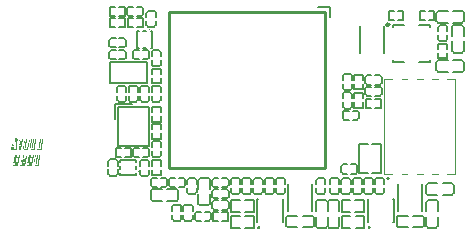
<source format=gto>
G04 Layer: TopSilkscreenLayer*
G04 EasyEDA v6.5.21, 2022-10-22 16:28:30*
G04 167bdced229c4b2ca01845534b4d4eab,294cf934c43b457281b0b0dcd80bbfec,10*
G04 Gerber Generator version 0.2*
G04 Scale: 100 percent, Rotated: No, Reflected: No *
G04 Dimensions in millimeters *
G04 leading zeros omitted , absolute positions ,4 integer and 5 decimal *
%FSLAX45Y45*%
%MOMM*%

%ADD10C,0.2000*%
%ADD11C,0.1524*%
%ADD12C,0.1500*%
%ADD13C,0.1520*%
%ADD14C,0.2540*%
%ADD15C,0.1000*%
%ADD16C,0.2500*%
%ADD17C,0.0175*%

%LPD*%
G36*
X-1224178Y-99872D02*
G01*
X-1225702Y-100025D01*
X-1227023Y-100533D01*
X-1228140Y-101295D01*
X-1229004Y-102412D01*
X-1230477Y-106019D01*
X-1231798Y-111810D01*
X-1243313Y-195122D01*
X-1241958Y-195122D01*
X-1231798Y-121716D01*
X-1231544Y-121716D01*
X-1229766Y-109270D01*
X-1228598Y-105054D01*
X-1227988Y-103682D01*
X-1226413Y-101955D01*
X-1225346Y-101549D01*
X-1224178Y-101396D01*
X-1202080Y-101396D01*
X-1200912Y-101549D01*
X-1199896Y-101955D01*
X-1198524Y-103682D01*
X-1198118Y-105156D01*
X-1198016Y-109372D01*
X-1208582Y-186283D01*
X-1209954Y-195122D01*
X-1221638Y-195122D01*
X-1217828Y-166674D01*
X-1209954Y-112318D01*
X-1219098Y-112318D01*
X-1218590Y-112572D01*
X-1218844Y-112572D01*
X-1227328Y-174193D01*
X-1229969Y-191109D01*
X-1230782Y-195122D01*
X-1243313Y-195122D01*
X-1243482Y-196646D01*
X-1242720Y-196646D01*
X-1235608Y-203504D01*
X-1222146Y-203504D01*
X-1221130Y-197662D01*
X-1215288Y-203504D01*
X-1201572Y-203504D01*
X-1200810Y-200456D01*
X-1200302Y-194614D01*
X-1189431Y-117652D01*
X-1189278Y-114198D01*
X-1189685Y-111658D01*
X-1190548Y-109728D01*
X-1197000Y-103174D01*
X-1197762Y-101752D01*
X-1198880Y-100685D01*
X-1200302Y-100076D01*
X-1202080Y-99872D01*
G37*
G36*
X-1105814Y-99872D02*
G01*
X-1107338Y-100025D01*
X-1108659Y-100533D01*
X-1109776Y-101295D01*
X-1110640Y-102412D01*
X-1112113Y-106019D01*
X-1113434Y-111810D01*
X-1125016Y-195122D01*
X-1123594Y-195122D01*
X-1113434Y-121716D01*
X-1113180Y-121716D01*
X-1111402Y-109270D01*
X-1110234Y-105054D01*
X-1109624Y-103682D01*
X-1108049Y-101955D01*
X-1106982Y-101549D01*
X-1105814Y-101396D01*
X-1083970Y-101396D01*
X-1082700Y-101549D01*
X-1081633Y-101955D01*
X-1080770Y-102717D01*
X-1080160Y-103682D01*
X-1079754Y-105156D01*
X-1079652Y-109372D01*
X-1090066Y-185470D01*
X-1091590Y-195122D01*
X-1103274Y-195122D01*
X-1099464Y-166674D01*
X-1091590Y-112318D01*
X-1100734Y-112318D01*
X-1100226Y-112572D01*
X-1100480Y-112572D01*
X-1108964Y-174193D01*
X-1111605Y-191109D01*
X-1112418Y-195122D01*
X-1125016Y-195122D01*
X-1125372Y-196646D01*
X-1124356Y-196646D01*
X-1117244Y-203504D01*
X-1103782Y-203504D01*
X-1103020Y-197662D01*
X-1097178Y-203504D01*
X-1083208Y-203504D01*
X-1082802Y-202133D01*
X-1081684Y-192836D01*
X-1071067Y-117652D01*
X-1070914Y-114198D01*
X-1071321Y-111658D01*
X-1072184Y-109728D01*
X-1078636Y-103174D01*
X-1079449Y-101752D01*
X-1080617Y-100685D01*
X-1082090Y-100076D01*
X-1083970Y-99872D01*
G37*
G36*
X-1048156Y-99872D02*
G01*
X-1050950Y-102463D01*
X-1052728Y-104698D01*
X-1055522Y-110032D01*
X-1064920Y-183540D01*
X-1065428Y-189280D01*
X-1063752Y-189331D01*
X-1063396Y-184200D01*
X-1053998Y-110540D01*
X-1052220Y-106984D01*
X-1050544Y-104444D01*
X-1047648Y-101396D01*
X-1036980Y-101396D01*
X-1036980Y-101650D01*
X-1025550Y-101650D01*
X-1023366Y-104749D01*
X-1022756Y-106172D01*
X-1021994Y-110235D01*
X-1021740Y-110794D01*
X-1032154Y-184454D01*
X-1033119Y-189484D01*
X-1034440Y-192836D01*
X-1035151Y-193852D01*
X-1036015Y-194564D01*
X-1037031Y-194970D01*
X-1042822Y-195122D01*
X-1042822Y-195376D01*
X-1061262Y-194716D01*
X-1062177Y-194310D01*
X-1062888Y-193598D01*
X-1063396Y-192582D01*
X-1063752Y-189331D01*
X-1065423Y-189331D01*
X-1065174Y-191922D01*
X-1064514Y-193903D01*
X-1063396Y-195326D01*
X-1061872Y-196138D01*
X-1055116Y-202641D01*
X-1053592Y-203403D01*
X-1035202Y-204012D01*
X-1029208Y-203352D01*
X-1027937Y-202895D01*
X-1026921Y-202082D01*
X-1026058Y-200964D01*
X-1025296Y-199491D01*
X-1024026Y-195021D01*
X-1013104Y-118160D01*
X-1014120Y-114147D01*
X-1014882Y-112014D01*
X-1017676Y-108000D01*
X-1023010Y-102920D01*
X-1025042Y-100126D01*
X-1035964Y-100126D01*
X-1035964Y-99872D01*
G37*
G36*
X-1164996Y-100380D02*
G01*
X-1168298Y-104394D01*
X-1169568Y-106527D01*
X-1171397Y-110947D01*
X-1172514Y-115265D01*
X-1183582Y-195122D01*
X-1182268Y-195122D01*
X-1171041Y-115519D01*
X-1170025Y-111353D01*
X-1168450Y-107391D01*
X-1166012Y-103733D01*
X-1164488Y-101904D01*
X-1143660Y-101650D01*
X-1142136Y-103022D01*
X-1140968Y-104495D01*
X-1140104Y-106172D01*
X-1139596Y-108000D01*
X-1139088Y-112369D01*
X-1139088Y-117398D01*
X-1149756Y-195122D01*
X-1161186Y-195122D01*
X-1154836Y-149402D01*
X-1164996Y-152958D01*
X-1170584Y-195122D01*
X-1183582Y-195122D01*
X-1183792Y-196646D01*
X-1183030Y-196646D01*
X-1175918Y-203504D01*
X-1162202Y-203504D01*
X-1161440Y-196900D01*
X-1154836Y-203504D01*
X-1141374Y-203504D01*
X-1130452Y-125018D01*
X-1130706Y-116128D01*
X-1131112Y-114300D01*
X-1131773Y-112623D01*
X-1132738Y-111150D01*
X-1139596Y-104190D01*
X-1140968Y-102209D01*
X-1143152Y-100380D01*
G37*
G36*
X-1042568Y-112826D02*
G01*
X-1050188Y-172516D01*
X-1051966Y-183692D01*
X-1043584Y-183946D01*
X-1033678Y-112826D01*
G37*
G36*
X-1159408Y-113334D02*
G01*
X-1163218Y-141020D01*
X-1153312Y-137210D01*
X-1149756Y-113334D01*
G37*
G36*
X-1245819Y32816D02*
G01*
X-1243279Y-10871D01*
X-1258577Y-62687D01*
X-1256741Y-62687D01*
X-1241755Y-11379D01*
X-1244295Y31292D01*
X-1232103Y31292D01*
X-1230325Y50D01*
X-1222197Y31292D01*
X-1209497Y31292D01*
X-1222705Y-11887D01*
X-1223721Y-62433D01*
X-1235151Y-62433D01*
X-1233881Y-25603D01*
X-1245311Y-62941D01*
X-1258577Y-62687D01*
X-1259027Y-64211D01*
X-1257757Y-64211D01*
X-1250899Y-71323D01*
X-1236929Y-71577D01*
X-1236167Y-68275D01*
X-1235506Y-66497D01*
X-1235151Y-64719D01*
X-1228801Y-71069D01*
X-1215085Y-71069D01*
X-1214323Y-19761D01*
X-1200607Y24688D01*
X-1207719Y31800D01*
X-1207465Y32816D01*
X-1223467Y32816D01*
X-1224991Y26212D01*
X-1230579Y31546D01*
X-1230579Y32816D01*
G37*
G36*
X-1192987Y32816D02*
G01*
X-1194765Y17322D01*
X-1194003Y17322D01*
X-1186891Y10464D01*
X-1185367Y10464D01*
X-1195071Y-62687D01*
X-1193495Y-62687D01*
X-1182827Y18846D01*
X-1193241Y18846D01*
X-1191463Y31292D01*
X-1170127Y31292D01*
X-1182065Y-62941D01*
X-1195071Y-62687D01*
X-1195273Y-64211D01*
X-1194257Y-64211D01*
X-1187145Y-71323D01*
X-1173683Y-71577D01*
X-1161491Y24688D01*
X-1168603Y31800D01*
X-1168349Y32816D01*
G37*
G36*
X-1139647Y32816D02*
G01*
X-1142441Y30022D01*
X-1144219Y27736D01*
X-1146251Y24180D01*
X-1147013Y22402D01*
X-1156766Y-53797D01*
X-1156919Y-56845D01*
X-1155242Y-56946D01*
X-1154887Y-51765D01*
X-1153617Y-41859D01*
X-1153871Y-41859D01*
X-1145489Y22148D01*
X-1144625Y23520D01*
X-1143711Y25704D01*
X-1142187Y28244D01*
X-1139139Y31292D01*
X-1128471Y31038D01*
X-1128471Y30784D01*
X-1117295Y30784D01*
X-1114907Y27736D01*
X-1113993Y25196D01*
X-1113231Y21640D01*
X-1122121Y-42113D01*
X-1122375Y-42113D01*
X-1124051Y-54711D01*
X-1124559Y-56997D01*
X-1125931Y-60147D01*
X-1126642Y-61163D01*
X-1127506Y-61874D01*
X-1128522Y-62280D01*
X-1134313Y-62433D01*
X-1134313Y-62941D01*
X-1152753Y-62280D01*
X-1153668Y-61874D01*
X-1154379Y-61163D01*
X-1154887Y-60147D01*
X-1155242Y-56946D01*
X-1156909Y-56946D01*
X-1156665Y-59486D01*
X-1156004Y-61518D01*
X-1154887Y-62890D01*
X-1153363Y-63703D01*
X-1146606Y-70205D01*
X-1145082Y-70967D01*
X-1126693Y-71323D01*
X-1120800Y-70916D01*
X-1119479Y-70459D01*
X-1118412Y-69646D01*
X-1117549Y-68529D01*
X-1116787Y-67056D01*
X-1115517Y-62585D01*
X-1104849Y14274D01*
X-1104900Y15443D01*
X-1105458Y17424D01*
X-1107135Y21640D01*
X-1109167Y24434D01*
X-1115771Y31292D01*
X-1116533Y32308D01*
X-1127455Y32308D01*
X-1127455Y32562D01*
G37*
G36*
X-1082497Y32816D02*
G01*
X-1085291Y30022D01*
X-1087069Y27736D01*
X-1089609Y22402D01*
X-1099362Y-52273D01*
X-1099515Y-56845D01*
X-1098092Y-56946D01*
X-1097737Y-51765D01*
X-1096213Y-41859D01*
X-1096467Y-41859D01*
X-1088339Y22148D01*
X-1087475Y23520D01*
X-1086561Y25704D01*
X-1084834Y28244D01*
X-1081735Y31292D01*
X-1071321Y31038D01*
X-1071321Y30784D01*
X-1059891Y30784D01*
X-1057706Y27736D01*
X-1057097Y26365D01*
X-1056081Y21640D01*
X-1064717Y-42113D01*
X-1064971Y-42113D01*
X-1066749Y-54711D01*
X-1067917Y-58775D01*
X-1068527Y-60147D01*
X-1069340Y-61163D01*
X-1070305Y-61874D01*
X-1071372Y-62280D01*
X-1076909Y-62433D01*
X-1076909Y-62941D01*
X-1095603Y-62280D01*
X-1096518Y-61874D01*
X-1097229Y-61163D01*
X-1097737Y-60147D01*
X-1098092Y-56946D01*
X-1099505Y-56946D01*
X-1099261Y-59486D01*
X-1098600Y-61518D01*
X-1097483Y-62890D01*
X-1095959Y-63703D01*
X-1089304Y-70205D01*
X-1087678Y-70967D01*
X-1069543Y-71323D01*
X-1063548Y-70916D01*
X-1062278Y-70459D01*
X-1061262Y-69646D01*
X-1060399Y-68529D01*
X-1059637Y-67056D01*
X-1058367Y-62585D01*
X-1056335Y-49733D01*
X-1047546Y14427D01*
X-1047699Y15798D01*
X-1048715Y19354D01*
X-1049883Y21640D01*
X-1052017Y24434D01*
X-1057503Y30022D01*
X-1057859Y30683D01*
X-1059383Y32308D01*
X-1070305Y32308D01*
X-1070305Y32562D01*
G37*
G36*
X-1025093Y32816D02*
G01*
X-1027887Y30022D01*
X-1029665Y27736D01*
X-1032459Y22402D01*
X-1042212Y-53797D01*
X-1042365Y-56845D01*
X-1040688Y-56946D01*
X-1040333Y-51765D01*
X-1030935Y22148D01*
X-1030071Y23520D01*
X-1029157Y25704D01*
X-1027480Y28244D01*
X-1024585Y31292D01*
X-1013917Y31038D01*
X-1013917Y30784D01*
X-1002487Y30784D01*
X-1000302Y27736D01*
X-999693Y26365D01*
X-998677Y21640D01*
X-1009091Y-52019D01*
X-1010005Y-56997D01*
X-1011377Y-60147D01*
X-1012088Y-61163D01*
X-1012952Y-61874D01*
X-1013968Y-62280D01*
X-1019759Y-62433D01*
X-1019759Y-62941D01*
X-1038199Y-62280D01*
X-1039114Y-61874D01*
X-1039825Y-61163D01*
X-1040333Y-60147D01*
X-1040688Y-56946D01*
X-1042355Y-56946D01*
X-1042111Y-59486D01*
X-1041450Y-61518D01*
X-1040333Y-62890D01*
X-1038809Y-63703D01*
X-1032052Y-70205D01*
X-1030528Y-70967D01*
X-1012139Y-71323D01*
X-1006144Y-70916D01*
X-1004874Y-70459D01*
X-1003858Y-69646D01*
X-1002995Y-68529D01*
X-1002233Y-67056D01*
X-1000963Y-62585D01*
X-990142Y14427D01*
X-991057Y18338D01*
X-991768Y20421D01*
X-994613Y24434D01*
X-1001979Y32308D01*
X-1012901Y32308D01*
X-1012901Y32562D01*
G37*
G36*
X-1134059Y19862D02*
G01*
X-1141679Y-39827D01*
X-1143457Y-51257D01*
X-1135075Y-51511D01*
X-1125169Y19862D01*
G37*
G36*
X-1076909Y19862D02*
G01*
X-1086053Y-51257D01*
X-1077925Y-51511D01*
X-1077925Y-51257D01*
X-1077671Y-51257D01*
X-1067765Y19862D01*
G37*
G36*
X-1019505Y19862D02*
G01*
X-1027125Y-39827D01*
X-1028903Y-51257D01*
X-1020521Y-51511D01*
X-1010615Y19862D01*
G37*
D10*
X1338991Y1137437D02*
G01*
X1436491Y1137437D01*
X1436491Y1054938D01*
D11*
X-235163Y318655D02*
G01*
X-380883Y318655D01*
X-380883Y192935D01*
X-358005Y282844D02*
G01*
X-358005Y295036D01*
X-92321Y295036D01*
X-92321Y-35163D01*
X-358005Y-35163D01*
X-358005Y282844D01*
D12*
X-340164Y-151564D02*
G01*
X-200167Y-151564D01*
X-200167Y-167452D02*
G01*
X-200167Y-151564D01*
X-200167Y-232445D02*
G01*
X-200167Y-202707D01*
X-200167Y-283563D02*
G01*
X-200167Y-267700D01*
X-340164Y-167452D02*
G01*
X-340164Y-151564D01*
X-340164Y-232445D02*
G01*
X-340164Y-202707D01*
X-340164Y-283563D02*
G01*
X-340164Y-267700D01*
X-340164Y-283563D02*
G01*
X-200167Y-283563D01*
X-196164Y797432D02*
G01*
X-196164Y937430D01*
X-180276Y937430D02*
G01*
X-196164Y937430D01*
X-115282Y937430D02*
G01*
X-145021Y937430D01*
X-64165Y937430D02*
G01*
X-80027Y937430D01*
X-180276Y797432D02*
G01*
X-196164Y797432D01*
X-115282Y797432D02*
G01*
X-145021Y797432D01*
X-64165Y797432D02*
G01*
X-80027Y797432D01*
X-64165Y797432D02*
G01*
X-64165Y937430D01*
D11*
X2267366Y-449971D02*
G01*
X2346375Y-449971D01*
X2346375Y-350250D02*
G01*
X2267366Y-350250D01*
X2252126Y-365490D02*
G01*
X2252126Y-434731D01*
X2470627Y-449971D02*
G01*
X2391618Y-449971D01*
X2391618Y-350250D02*
G01*
X2470627Y-350250D01*
X2485867Y-365490D02*
G01*
X2485867Y-434731D01*
X1082456Y-725053D02*
G01*
X1161465Y-725053D01*
X1161465Y-625332D02*
G01*
X1082456Y-625332D01*
X1067216Y-640572D02*
G01*
X1067216Y-709813D01*
X1285717Y-725053D02*
G01*
X1206708Y-725053D01*
X1206708Y-625332D02*
G01*
X1285717Y-625332D01*
X1300957Y-640572D02*
G01*
X1300957Y-709813D01*
X2471536Y974059D02*
G01*
X2471536Y895050D01*
X2571257Y895050D02*
G01*
X2571257Y974059D01*
X2556017Y989299D02*
G01*
X2486776Y989299D01*
X2471536Y770798D02*
G01*
X2471536Y849807D01*
X2571257Y849807D02*
G01*
X2571257Y770798D01*
X2556017Y755558D02*
G01*
X2486776Y755558D01*
X2558003Y1107201D02*
G01*
X2478994Y1107201D01*
X2478994Y1007480D02*
G01*
X2558003Y1007480D01*
X2573243Y1022720D02*
G01*
X2573243Y1091961D01*
X2354742Y1107201D02*
G01*
X2433751Y1107201D01*
X2433751Y1007480D02*
G01*
X2354742Y1007480D01*
X2339502Y1022720D02*
G01*
X2339502Y1091961D01*
X2254112Y-508538D02*
G01*
X2254112Y-587547D01*
X2353833Y-587547D02*
G01*
X2353833Y-508538D01*
X2338593Y-493298D02*
G01*
X2269352Y-493298D01*
X2254112Y-711799D02*
G01*
X2254112Y-632790D01*
X2353833Y-632790D02*
G01*
X2353833Y-711799D01*
X2338593Y-727039D02*
G01*
X2269352Y-727039D01*
X-62575Y-502295D02*
G01*
X16433Y-502295D01*
X16433Y-402574D02*
G01*
X-62575Y-402574D01*
X-77815Y-417814D02*
G01*
X-77815Y-487055D01*
X140685Y-502295D02*
G01*
X61676Y-502295D01*
X61676Y-402574D02*
G01*
X140685Y-402574D01*
X155925Y-417814D02*
G01*
X155925Y-487055D01*
X325140Y-320868D02*
G01*
X325140Y-399877D01*
X424860Y-399877D02*
G01*
X424860Y-320868D01*
X409620Y-305628D02*
G01*
X340380Y-305628D01*
X325140Y-524128D02*
G01*
X325140Y-445119D01*
X424860Y-445119D02*
G01*
X424860Y-524128D01*
X409620Y-539369D02*
G01*
X340380Y-539369D01*
X2558003Y689879D02*
G01*
X2478994Y689879D01*
X2478994Y590158D02*
G01*
X2558003Y590158D01*
X2573243Y605398D02*
G01*
X2573243Y674639D01*
X2354742Y689879D02*
G01*
X2433751Y689879D01*
X2433751Y590158D02*
G01*
X2354742Y590158D01*
X2339502Y605398D02*
G01*
X2339502Y674639D01*
X2017430Y-725053D02*
G01*
X2096439Y-725053D01*
X2096439Y-625332D02*
G01*
X2017430Y-625332D01*
X2002190Y-640572D02*
G01*
X2002190Y-709813D01*
X2220691Y-725053D02*
G01*
X2141682Y-725053D01*
X2141682Y-625332D02*
G01*
X2220691Y-625332D01*
X2235931Y-640572D02*
G01*
X2235931Y-709813D01*
X1419214Y-508538D02*
G01*
X1419214Y-587547D01*
X1518935Y-587547D02*
G01*
X1518935Y-508538D01*
X1503695Y-493298D02*
G01*
X1434454Y-493298D01*
X1419214Y-711799D02*
G01*
X1419214Y-632790D01*
X1518935Y-632790D02*
G01*
X1518935Y-711799D01*
X1503695Y-727039D02*
G01*
X1434454Y-727039D01*
X1319138Y-508538D02*
G01*
X1319138Y-587547D01*
X1418859Y-587547D02*
G01*
X1418859Y-508538D01*
X1403619Y-493298D02*
G01*
X1334378Y-493298D01*
X1319138Y-711799D02*
G01*
X1319138Y-632790D01*
X1418859Y-632790D02*
G01*
X1418859Y-711799D01*
X1403619Y-727039D02*
G01*
X1334378Y-727039D01*
X-364223Y460900D02*
G01*
X-364223Y424055D01*
X-286103Y424055D02*
G01*
X-286103Y460900D01*
X-301343Y476140D02*
G01*
X-348983Y476140D01*
X-364223Y353971D02*
G01*
X-364223Y390817D01*
X-286103Y390817D02*
G01*
X-286103Y353971D01*
X-301343Y338731D02*
G01*
X-348983Y338731D01*
X-264472Y1065875D02*
G01*
X-227627Y1065875D01*
X-227627Y1143995D02*
G01*
X-264472Y1143995D01*
X-279712Y1128755D02*
G01*
X-279712Y1081115D01*
X-157543Y1065875D02*
G01*
X-194388Y1065875D01*
X-194388Y1143995D02*
G01*
X-157543Y1143995D01*
X-142303Y1128755D02*
G01*
X-142303Y1081115D01*
X-106700Y-53502D02*
G01*
X-143545Y-53502D01*
X-143545Y-131622D02*
G01*
X-106700Y-131622D01*
X-91460Y-116382D02*
G01*
X-91460Y-68742D01*
X-213629Y-53502D02*
G01*
X-176784Y-53502D01*
X-176784Y-131622D02*
G01*
X-213629Y-131622D01*
X-228869Y-116382D02*
G01*
X-228869Y-68742D01*
X-306699Y776495D02*
G01*
X-343545Y776495D01*
X-343545Y698375D02*
G01*
X-306699Y698375D01*
X-291459Y713615D02*
G01*
X-291459Y761255D01*
X-413628Y776495D02*
G01*
X-376783Y776495D01*
X-376783Y698375D02*
G01*
X-413628Y698375D01*
X-428868Y713615D02*
G01*
X-428868Y761255D01*
X-306699Y876493D02*
G01*
X-343545Y876493D01*
X-343545Y798372D02*
G01*
X-306699Y798372D01*
X-291459Y813612D02*
G01*
X-291459Y861253D01*
X-413628Y876493D02*
G01*
X-376783Y876493D01*
X-376783Y798372D02*
G01*
X-413628Y798372D01*
X-428868Y813612D02*
G01*
X-428868Y861253D01*
X-344385Y970876D02*
G01*
X-298833Y970876D01*
X-298833Y1048997D01*
X-344385Y1048997D01*
X-377624Y970876D02*
G01*
X-423176Y970876D01*
X-423176Y1048997D01*
X-377624Y1048997D01*
X-225127Y1048994D02*
G01*
X-270680Y1048994D01*
X-270680Y970874D01*
X-225127Y970874D01*
X-191889Y1048994D02*
G01*
X-146337Y1048994D01*
X-146337Y970874D01*
X-191889Y970874D01*
X-293545Y-131622D02*
G01*
X-247992Y-131622D01*
X-247992Y-53502D01*
X-293545Y-53502D01*
X-326783Y-131622D02*
G01*
X-372336Y-131622D01*
X-372336Y-53502D01*
X-326783Y-53502D01*
X6395Y249054D02*
G01*
X6395Y294606D01*
X-71724Y294606D01*
X-71724Y249054D01*
X6395Y215816D02*
G01*
X6395Y170263D01*
X-71724Y170263D01*
X-71724Y215816D01*
X6395Y106553D02*
G01*
X6395Y152105D01*
X-71724Y152105D01*
X-71724Y106553D01*
X6395Y73314D02*
G01*
X6395Y27762D01*
X-71724Y27762D01*
X-71724Y73314D01*
X6395Y574055D02*
G01*
X6395Y619607D01*
X-71724Y619607D01*
X-71724Y574055D01*
X6395Y540816D02*
G01*
X6395Y495264D01*
X-71724Y495264D01*
X-71724Y540816D01*
X-423019Y497072D02*
G01*
X-423019Y672795D01*
X-112301Y672795D01*
X-112301Y497072D01*
X-423019Y497072D01*
X-36946Y986472D02*
G01*
X-36946Y1023317D01*
X-115067Y1023317D02*
G01*
X-115067Y986472D01*
X-99827Y971232D02*
G01*
X-52186Y971232D01*
X-36946Y1093401D02*
G01*
X-36946Y1056556D01*
X-115067Y1056556D02*
G01*
X-115067Y1093401D01*
X-99827Y1108641D02*
G01*
X-52186Y1108641D01*
X-213629Y698375D02*
G01*
X-176784Y698375D01*
X-176784Y776495D02*
G01*
X-213629Y776495D01*
X-228869Y761255D02*
G01*
X-228869Y713615D01*
X-106700Y698375D02*
G01*
X-143545Y698375D01*
X-143545Y776495D02*
G01*
X-106700Y776495D01*
X-91460Y761255D02*
G01*
X-91460Y713615D01*
X-344385Y1065875D02*
G01*
X-298833Y1065875D01*
X-298833Y1143995D01*
X-344385Y1143995D01*
X-377624Y1065875D02*
G01*
X-423176Y1065875D01*
X-423176Y1143995D01*
X-377624Y1143995D01*
X494873Y-590999D02*
G01*
X449320Y-590999D01*
X449320Y-669119D01*
X494873Y-669119D01*
X528111Y-590999D02*
G01*
X573664Y-590999D01*
X573664Y-669119D01*
X528111Y-669119D01*
X1560530Y185872D02*
G01*
X1597383Y185872D01*
X1597383Y264002D02*
G01*
X1560530Y264002D01*
X1545295Y248749D02*
G01*
X1545295Y201119D01*
X1667464Y185872D02*
G01*
X1630608Y185872D01*
X1630608Y264002D02*
G01*
X1667464Y264002D01*
X1682699Y248749D02*
G01*
X1682699Y201119D01*
X1789871Y366499D02*
G01*
X1744319Y366499D01*
X1744319Y288378D01*
X1789871Y288378D01*
X1823110Y366499D02*
G01*
X1868662Y366499D01*
X1868662Y288378D01*
X1823110Y288378D01*
X-71724Y-236682D02*
G01*
X-71724Y-282234D01*
X6395Y-282234D01*
X6395Y-236682D01*
X-71724Y-203443D02*
G01*
X-71724Y-157891D01*
X6395Y-157891D01*
X6395Y-203443D01*
X1642430Y488317D02*
G01*
X1642430Y442765D01*
X1720550Y442765D01*
X1720550Y488317D01*
X1642430Y521555D02*
G01*
X1642430Y567108D01*
X1720550Y567108D01*
X1720550Y521555D01*
X1642430Y333319D02*
G01*
X1642430Y287766D01*
X1720550Y287766D01*
X1720550Y333319D01*
X1642430Y366557D02*
G01*
X1642430Y412109D01*
X1720550Y412109D01*
X1720550Y366557D01*
X2242370Y1106497D02*
G01*
X2196818Y1106497D01*
X2196818Y1028377D01*
X2242370Y1028377D01*
X2275608Y1106497D02*
G01*
X2321161Y1106497D01*
X2321161Y1028377D01*
X2275608Y1028377D01*
X1982370Y1106497D02*
G01*
X1936818Y1106497D01*
X1936818Y1028377D01*
X1982370Y1028377D01*
X2015609Y1106497D02*
G01*
X2061161Y1106497D01*
X2061161Y1028377D01*
X2015609Y1028377D01*
X2354927Y753318D02*
G01*
X2354927Y707765D01*
X2433048Y707765D01*
X2433048Y753318D01*
X2354927Y786556D02*
G01*
X2354927Y832109D01*
X2433048Y832109D01*
X2433048Y786556D01*
X1654967Y-191007D02*
G01*
X1618119Y-191007D01*
X1618119Y-269125D02*
G01*
X1654967Y-269125D01*
X1670204Y-253890D02*
G01*
X1670204Y-206250D01*
X1548036Y-191007D02*
G01*
X1584883Y-191007D01*
X1584883Y-269125D02*
G01*
X1548036Y-269125D01*
X1532798Y-253890D02*
G01*
X1532798Y-206250D01*
X1629940Y-321602D02*
G01*
X1629940Y-358447D01*
X1708063Y-358447D02*
G01*
X1708063Y-321602D01*
X1692823Y-306367D02*
G01*
X1645185Y-306367D01*
X1629940Y-428533D02*
G01*
X1629940Y-391693D01*
X1708063Y-391693D02*
G01*
X1708063Y-428533D01*
X1692823Y-443771D02*
G01*
X1645185Y-443771D01*
X1547431Y403387D02*
G01*
X1547431Y366542D01*
X1625551Y366542D02*
G01*
X1625551Y403387D01*
X1610311Y418627D02*
G01*
X1562671Y418627D01*
X1547431Y296458D02*
G01*
X1547431Y333303D01*
X1625551Y333303D02*
G01*
X1625551Y296458D01*
X1610311Y281218D02*
G01*
X1562671Y281218D01*
X1724931Y-321612D02*
G01*
X1724931Y-358457D01*
X1803052Y-358457D02*
G01*
X1803052Y-321612D01*
X1787812Y-306372D02*
G01*
X1740171Y-306372D01*
X1724931Y-428541D02*
G01*
X1724931Y-391695D01*
X1803052Y-391695D02*
G01*
X1803052Y-428541D01*
X1787812Y-443781D02*
G01*
X1740171Y-443781D01*
X2354927Y973401D02*
G01*
X2354927Y936556D01*
X2433048Y936556D02*
G01*
X2433048Y973401D01*
X2417808Y988641D02*
G01*
X2370167Y988641D01*
X2354927Y866472D02*
G01*
X2354927Y903317D01*
X2433048Y903317D02*
G01*
X2433048Y866472D01*
X2417808Y851232D02*
G01*
X2370167Y851232D01*
X1439931Y-321612D02*
G01*
X1439931Y-358457D01*
X1518051Y-358457D02*
G01*
X1518051Y-321612D01*
X1502811Y-306372D02*
G01*
X1455171Y-306372D01*
X1439931Y-428541D02*
G01*
X1439931Y-391695D01*
X1518051Y-391695D02*
G01*
X1518051Y-428541D01*
X1502811Y-443781D02*
G01*
X1455171Y-443781D01*
X1613052Y-428541D02*
G01*
X1613052Y-391695D01*
X1534932Y-391695D02*
G01*
X1534932Y-428541D01*
X1550172Y-443781D02*
G01*
X1597812Y-443781D01*
X1613052Y-321612D02*
G01*
X1613052Y-358457D01*
X1534932Y-358457D02*
G01*
X1534932Y-321612D01*
X1550172Y-306372D02*
G01*
X1597812Y-306372D01*
X1819930Y-321612D02*
G01*
X1819930Y-358457D01*
X1898050Y-358457D02*
G01*
X1898050Y-321612D01*
X1882810Y-306372D02*
G01*
X1835170Y-306372D01*
X1819930Y-428541D02*
G01*
X1819930Y-391695D01*
X1898050Y-391695D02*
G01*
X1898050Y-428541D01*
X1882810Y-443781D02*
G01*
X1835170Y-443781D01*
X-61970Y-384121D02*
G01*
X-25125Y-384121D01*
X-25125Y-306001D02*
G01*
X-61970Y-306001D01*
X-77210Y-321241D02*
G01*
X-77210Y-368881D01*
X44957Y-384121D02*
G01*
X8112Y-384121D01*
X8112Y-306001D02*
G01*
X44957Y-306001D01*
X60197Y-321241D02*
G01*
X60197Y-368881D01*
X1547431Y558385D02*
G01*
X1547431Y521540D01*
X1625551Y521540D02*
G01*
X1625551Y558385D01*
X1610311Y573625D02*
G01*
X1562671Y573625D01*
X1547431Y451457D02*
G01*
X1547431Y488302D01*
X1625551Y488302D02*
G01*
X1625551Y451457D01*
X1610311Y436217D02*
G01*
X1562671Y436217D01*
X309059Y-428464D02*
G01*
X309059Y-391619D01*
X230939Y-391619D02*
G01*
X230939Y-428464D01*
X246179Y-443704D02*
G01*
X293819Y-443704D01*
X309059Y-321536D02*
G01*
X309059Y-358381D01*
X230939Y-358381D02*
G01*
X230939Y-321536D01*
X246179Y-306296D02*
G01*
X293819Y-306296D01*
X6395Y-113527D02*
G01*
X6395Y-76682D01*
X-71724Y-76682D02*
G01*
X-71724Y-113527D01*
X-56484Y-128767D02*
G01*
X-8844Y-128767D01*
X6395Y-6598D02*
G01*
X6395Y-43444D01*
X-71724Y-43444D02*
G01*
X-71724Y-6598D01*
X-56484Y8641D02*
G01*
X-8844Y8641D01*
X6395Y353971D02*
G01*
X6395Y390817D01*
X-71724Y390817D02*
G01*
X-71724Y353971D01*
X-56484Y338731D02*
G01*
X-8844Y338731D01*
X6395Y460900D02*
G01*
X6395Y424055D01*
X-71724Y424055D02*
G01*
X-71724Y460900D01*
X-56484Y476140D02*
G01*
X-8844Y476140D01*
X-169224Y460900D02*
G01*
X-169224Y424055D01*
X-91104Y424055D02*
G01*
X-91104Y460900D01*
X-106344Y476140D02*
G01*
X-153984Y476140D01*
X-169224Y353971D02*
G01*
X-169224Y390817D01*
X-91104Y390817D02*
G01*
X-91104Y353971D01*
X-106344Y338731D02*
G01*
X-153984Y338731D01*
X-188602Y353971D02*
G01*
X-188602Y390817D01*
X-266722Y390817D02*
G01*
X-266722Y353971D01*
X-251482Y338731D02*
G01*
X-203842Y338731D01*
X-188602Y460900D02*
G01*
X-188602Y424055D01*
X-266722Y424055D02*
G01*
X-266722Y460900D01*
X-251482Y476140D02*
G01*
X-203842Y476140D01*
X103438Y-546534D02*
G01*
X103438Y-583379D01*
X181559Y-583379D02*
G01*
X181559Y-546534D01*
X166319Y-531294D02*
G01*
X118678Y-531294D01*
X103438Y-653463D02*
G01*
X103438Y-616618D01*
X181559Y-616618D02*
G01*
X181559Y-653463D01*
X166319Y-668703D02*
G01*
X118678Y-668703D01*
X458028Y-574121D02*
G01*
X494873Y-574121D01*
X494873Y-496001D02*
G01*
X458028Y-496001D01*
X442788Y-511241D02*
G01*
X442788Y-558881D01*
X564956Y-574121D02*
G01*
X528111Y-574121D01*
X528111Y-496001D02*
G01*
X564956Y-496001D01*
X580196Y-511241D02*
G01*
X580196Y-558881D01*
X276560Y-653463D02*
G01*
X276560Y-616618D01*
X198440Y-616618D02*
G01*
X198440Y-653463D01*
X213680Y-668703D02*
G01*
X261320Y-668703D01*
X276560Y-546534D02*
G01*
X276560Y-583379D01*
X198440Y-583379D02*
G01*
X198440Y-546534D01*
X213680Y-531294D02*
G01*
X261320Y-531294D01*
X-71724Y760900D02*
G01*
X-71724Y724054D01*
X6395Y724054D02*
G01*
X6395Y760900D01*
X-8844Y776140D02*
G01*
X-56484Y776140D01*
X-71724Y653971D02*
G01*
X-71724Y690816D01*
X6395Y690816D02*
G01*
X6395Y653971D01*
X-8844Y638731D02*
G01*
X-56484Y638731D01*
X199971Y-306009D02*
G01*
X163126Y-306009D01*
X163126Y-384129D02*
G01*
X199971Y-384129D01*
X215211Y-368889D02*
G01*
X215211Y-321249D01*
X93042Y-306009D02*
G01*
X129887Y-306009D01*
X129887Y-384129D02*
G01*
X93042Y-384129D01*
X77802Y-368889D02*
G01*
X77802Y-321249D01*
X309034Y-669058D02*
G01*
X345879Y-669058D01*
X345879Y-590938D02*
G01*
X309034Y-590938D01*
X293794Y-606178D02*
G01*
X293794Y-653818D01*
X415963Y-669058D02*
G01*
X379117Y-669058D01*
X379117Y-590938D02*
G01*
X415963Y-590938D01*
X431203Y-606178D02*
G01*
X431203Y-653818D01*
X979931Y-321612D02*
G01*
X979931Y-358457D01*
X1058052Y-358457D02*
G01*
X1058052Y-321612D01*
X1042812Y-306372D02*
G01*
X995171Y-306372D01*
X979931Y-428541D02*
G01*
X979931Y-391695D01*
X1058052Y-391695D02*
G01*
X1058052Y-428541D01*
X1042812Y-443781D02*
G01*
X995171Y-443781D01*
X564956Y-401015D02*
G01*
X528111Y-401015D01*
X528111Y-479135D02*
G01*
X564956Y-479135D01*
X580196Y-463895D02*
G01*
X580196Y-416255D01*
X458028Y-401015D02*
G01*
X494873Y-401015D01*
X494873Y-479135D02*
G01*
X458028Y-479135D01*
X442788Y-463895D02*
G01*
X442788Y-416255D01*
X1400550Y-428541D02*
G01*
X1400550Y-391695D01*
X1322430Y-391695D02*
G01*
X1322430Y-428541D01*
X1337670Y-443781D02*
G01*
X1385310Y-443781D01*
X1400550Y-321612D02*
G01*
X1400550Y-358457D01*
X1322430Y-358457D02*
G01*
X1322430Y-321612D01*
X1337670Y-306372D02*
G01*
X1385310Y-306372D01*
X963048Y-428533D02*
G01*
X963048Y-391688D01*
X884928Y-391688D02*
G01*
X884928Y-428533D01*
X900168Y-443773D02*
G01*
X947808Y-443773D01*
X963048Y-321604D02*
G01*
X963048Y-358449D01*
X884928Y-358449D02*
G01*
X884928Y-321604D01*
X900168Y-306364D02*
G01*
X947808Y-306364D01*
X789932Y-321612D02*
G01*
X789932Y-358457D01*
X868052Y-358457D02*
G01*
X868052Y-321612D01*
X852812Y-306372D02*
G01*
X805172Y-306372D01*
X789932Y-428541D02*
G01*
X789932Y-391695D01*
X868052Y-391695D02*
G01*
X868052Y-428541D01*
X852812Y-443781D02*
G01*
X805172Y-443781D01*
X773048Y-428533D02*
G01*
X773048Y-391688D01*
X694928Y-391688D02*
G01*
X694928Y-428533D01*
X710168Y-443773D02*
G01*
X757809Y-443773D01*
X773048Y-321604D02*
G01*
X773048Y-358449D01*
X694928Y-358449D02*
G01*
X694928Y-321604D01*
X710168Y-306364D02*
G01*
X757809Y-306364D01*
X599930Y-321604D02*
G01*
X599930Y-358449D01*
X678050Y-358449D02*
G01*
X678050Y-321604D01*
X662810Y-306364D02*
G01*
X615170Y-306364D01*
X599930Y-428533D02*
G01*
X599930Y-391688D01*
X678050Y-391688D02*
G01*
X678050Y-428533D01*
X662810Y-443773D02*
G01*
X615170Y-443773D01*
D13*
X1692404Y750628D02*
G01*
X1692404Y979228D01*
X1895604Y979228D02*
G01*
X1895604Y750628D01*
X1082393Y-589373D02*
G01*
X1082393Y-360773D01*
X1285593Y-360773D02*
G01*
X1285593Y-589373D01*
X2017392Y-589373D02*
G01*
X2017392Y-360773D01*
X2220592Y-360773D02*
G01*
X2220592Y-589373D01*
D11*
X1611383Y-727428D02*
G01*
X1539580Y-727428D01*
X1539580Y-627707D01*
X1611383Y-627707D01*
X1656626Y-727428D02*
G01*
X1728429Y-727428D01*
X1728429Y-627707D01*
X1656626Y-627707D01*
X1654124Y-492706D02*
G01*
X1725927Y-492706D01*
X1725927Y-592427D01*
X1654124Y-592427D01*
X1608881Y-492706D02*
G01*
X1537078Y-492706D01*
X1537078Y-592427D01*
X1608881Y-592427D01*
X721626Y-492706D02*
G01*
X793429Y-492706D01*
X793429Y-592427D01*
X721626Y-592427D01*
X676384Y-492706D02*
G01*
X604580Y-492706D01*
X604580Y-592427D01*
X676384Y-592427D01*
X676384Y-727428D02*
G01*
X604580Y-727428D01*
X604580Y-627707D01*
X676384Y-627707D01*
X721626Y-727428D02*
G01*
X793429Y-727428D01*
X793429Y-627707D01*
X721626Y-627707D01*
D14*
X1399395Y1024120D02*
G01*
X1399395Y-220479D01*
X78595Y-220479D01*
X78595Y1100320D01*
X1399395Y1100320D01*
X1399395Y1024120D02*
G01*
X1399395Y1100320D01*
D10*
X2286500Y987430D02*
G01*
X2188997Y987430D01*
X2286500Y672330D02*
G01*
X2188997Y672330D01*
X2069061Y672429D02*
G01*
X1971560Y672429D01*
X2068992Y987430D02*
G01*
X1971499Y987430D01*
X2286500Y689935D02*
G01*
X2286500Y672330D01*
X2286500Y987430D02*
G01*
X2286500Y969825D01*
X1971499Y987430D02*
G01*
X1971499Y969832D01*
X1971560Y690214D02*
G01*
X1971560Y672429D01*
D13*
X823993Y-482572D02*
G01*
X823991Y-682571D01*
X1043995Y-682571D02*
G01*
X1043993Y-482572D01*
X823993Y-482572D02*
G01*
X827389Y-482572D01*
X1040597Y-482572D02*
G01*
X1043993Y-482572D01*
X1043995Y-682571D02*
G01*
X1040597Y-682571D01*
X1758993Y-482572D02*
G01*
X1758990Y-682571D01*
X1978995Y-682571D02*
G01*
X1978992Y-482572D01*
X1758993Y-482572D02*
G01*
X1762389Y-482572D01*
X1975596Y-482572D02*
G01*
X1978992Y-482572D01*
X1978995Y-682571D02*
G01*
X1975596Y-682571D01*
D11*
X1859955Y466498D02*
G01*
X1823110Y466498D01*
X1823110Y388378D02*
G01*
X1859955Y388378D01*
X1875195Y403618D02*
G01*
X1875195Y451258D01*
X1753026Y466498D02*
G01*
X1789871Y466498D01*
X1789871Y388378D02*
G01*
X1753026Y388378D01*
X1737786Y403618D02*
G01*
X1737786Y451258D01*
X1753026Y483377D02*
G01*
X1789871Y483377D01*
X1789871Y561497D02*
G01*
X1753026Y561497D01*
X1737786Y546257D02*
G01*
X1737786Y498617D01*
X1859955Y483377D02*
G01*
X1823110Y483377D01*
X1823110Y561497D02*
G01*
X1859955Y561497D01*
X1875195Y546257D02*
G01*
X1875195Y498617D01*
X1796493Y-267934D02*
G01*
X1869851Y-267934D01*
X1869851Y-22219D01*
X1796493Y-22219D01*
X1761492Y-267934D02*
G01*
X1688134Y-267934D01*
X1688134Y-22219D01*
X1761492Y-22219D01*
X-169224Y-166598D02*
G01*
X-169224Y-203443D01*
X-91104Y-203443D02*
G01*
X-91104Y-166598D01*
X-106344Y-151358D02*
G01*
X-153984Y-151358D01*
X-169224Y-273527D02*
G01*
X-169224Y-236682D01*
X-91104Y-236682D02*
G01*
X-91104Y-273527D01*
X-106344Y-288767D02*
G01*
X-153984Y-288767D01*
X-358602Y-271028D02*
G01*
X-358602Y-234182D01*
X-436722Y-234182D02*
G01*
X-436722Y-271028D01*
X-421482Y-286268D02*
G01*
X-373842Y-286268D01*
X-358602Y-164099D02*
G01*
X-358602Y-200944D01*
X-436722Y-200944D02*
G01*
X-436722Y-164099D01*
X-421482Y-148859D02*
G01*
X-373842Y-148859D01*
D15*
X2499001Y529963D02*
G01*
X2499001Y-256336D01*
X1899003Y529963D02*
G01*
X1899003Y-270035D01*
X2499001Y-256336D02*
G01*
X2499001Y-270035D01*
X1899003Y529963D02*
G01*
X1966572Y529963D01*
X2047387Y529963D02*
G01*
X2094585Y529963D01*
X2175400Y529963D02*
G01*
X2222604Y529963D01*
X2303416Y529963D02*
G01*
X2350594Y529963D01*
X2431409Y529963D02*
G01*
X2499001Y529963D01*
X1899003Y-270035D02*
G01*
X1966595Y-270035D01*
X2047412Y-270035D02*
G01*
X2094585Y-270035D01*
X2175403Y-270035D02*
G01*
X2222604Y-270035D01*
X2303419Y-270035D02*
G01*
X2350594Y-270035D01*
X2431409Y-270035D02*
G01*
X2499001Y-270035D01*
D11*
X458028Y-384136D02*
G01*
X494873Y-384136D01*
X494873Y-306016D02*
G01*
X458028Y-306016D01*
X442788Y-321256D02*
G01*
X442788Y-368896D01*
X564956Y-384136D02*
G01*
X528111Y-384136D01*
X528111Y-306016D02*
G01*
X564956Y-306016D01*
X580196Y-321256D02*
G01*
X580196Y-368896D01*
G75*
G01*
X2267367Y-350251D02*
G03*
X2252127Y-365491I0J-15240D01*
G75*
G01*
X2252127Y-434731D02*
G03*
X2267367Y-449971I15240J0D01*
G75*
G01*
X2470628Y-350251D02*
G02*
X2485868Y-365491I0J-15240D01*
G75*
G01*
X2485868Y-434731D02*
G02*
X2470628Y-449971I-15240J0D01*
G75*
G01*
X1082457Y-625333D02*
G03*
X1067217Y-640573I0J-15240D01*
G75*
G01*
X1067217Y-709813D02*
G03*
X1082457Y-725053I15240J0D01*
G75*
G01*
X1285718Y-625333D02*
G02*
X1300958Y-640573I0J-15240D01*
G75*
G01*
X1300958Y-709813D02*
G02*
X1285718Y-725053I-15240J0D01*
G75*
G01*
X2571257Y974060D02*
G03*
X2556017Y989300I-15240J0D01*
G75*
G01*
X2486777Y989300D02*
G03*
X2471537Y974060I0J-15240D01*
G75*
G01*
X2571257Y770799D02*
G02*
X2556017Y755559I-15240J0D01*
G75*
G01*
X2486777Y755559D02*
G02*
X2471537Y770799I0J15240D01*
G75*
G01*
X2558004Y1007481D02*
G03*
X2573244Y1022721I0J15240D01*
G75*
G01*
X2573244Y1091961D02*
G03*
X2558004Y1107201I-15240J0D01*
G75*
G01*
X2354743Y1007481D02*
G02*
X2339503Y1022721I0J15240D01*
G75*
G01*
X2339503Y1091961D02*
G02*
X2354743Y1107201I15240J0D01*
G75*
G01*
X2353833Y-508538D02*
G03*
X2338593Y-493298I-15240J0D01*
G75*
G01*
X2269353Y-493298D02*
G03*
X2254113Y-508538I0J-15240D01*
G75*
G01*
X2353833Y-711799D02*
G02*
X2338593Y-727039I-15240J0D01*
G75*
G01*
X2269353Y-727039D02*
G02*
X2254113Y-711799I0J15240D01*
G75*
G01*
X-62575Y-402575D02*
G03*
X-77815Y-417815I0J-15240D01*
G75*
G01*
X-77815Y-487055D02*
G03*
X-62575Y-502295I15240J0D01*
G75*
G01*
X140686Y-402575D02*
G02*
X155926Y-417815I0J-15240D01*
G75*
G01*
X155926Y-487055D02*
G02*
X140686Y-502295I-15240J0D01*
G75*
G01*
X424861Y-320868D02*
G03*
X409621Y-305628I-15240J0D01*
G75*
G01*
X340380Y-305628D02*
G03*
X325140Y-320868I0J-15240D01*
G75*
G01*
X424861Y-524129D02*
G02*
X409621Y-539369I-15240J0D01*
G75*
G01*
X340380Y-539369D02*
G02*
X325140Y-524129I0J15240D01*
G75*
G01*
X2558004Y590159D02*
G03*
X2573244Y605399I0J15240D01*
G75*
G01*
X2573244Y674639D02*
G03*
X2558004Y689879I-15240J0D01*
G75*
G01*
X2354743Y590159D02*
G02*
X2339503Y605399I0J15240D01*
G75*
G01*
X2339503Y674639D02*
G02*
X2354743Y689879I15240J0D01*
G75*
G01*
X2017431Y-625333D02*
G03*
X2002191Y-640573I0J-15240D01*
G75*
G01*
X2002191Y-709813D02*
G03*
X2017431Y-725053I15240J0D01*
G75*
G01*
X2220692Y-625333D02*
G02*
X2235932Y-640573I0J-15240D01*
G75*
G01*
X2235932Y-709813D02*
G02*
X2220692Y-725053I-15240J0D01*
G75*
G01*
X1518935Y-508538D02*
G03*
X1503695Y-493298I-15240J0D01*
G75*
G01*
X1434455Y-493298D02*
G03*
X1419215Y-508538I0J-15240D01*
G75*
G01*
X1518935Y-711799D02*
G02*
X1503695Y-727039I-15240J0D01*
G75*
G01*
X1434455Y-727039D02*
G02*
X1419215Y-711799I0J15240D01*
G75*
G01*
X1418859Y-508538D02*
G03*
X1403619Y-493298I-15240J0D01*
G75*
G01*
X1334379Y-493298D02*
G03*
X1319139Y-508538I0J-15240D01*
G75*
G01*
X1418859Y-711799D02*
G02*
X1403619Y-727039I-15240J0D01*
G75*
G01*
X1334379Y-727039D02*
G02*
X1319139Y-711799I0J15240D01*
G75*
G01*
X-286103Y460901D02*
G03*
X-301343Y476141I-15240J0D01*
G75*
G01*
X-348983Y476141D02*
G03*
X-364223Y460901I0J-15240D01*
G75*
G01*
X-286103Y353972D02*
G02*
X-301343Y338732I-15240J0D01*
G75*
G01*
X-348983Y338732D02*
G02*
X-364223Y353972I0J15240D01*
G75*
G01*
X-264472Y1143996D02*
G03*
X-279712Y1128756I0J-15240D01*
G75*
G01*
X-279712Y1081115D02*
G03*
X-264472Y1065875I15240J0D01*
G75*
G01*
X-157543Y1143996D02*
G02*
X-142303Y1128756I-1J-15240D01*
G75*
G01*
X-142303Y1081115D02*
G02*
X-157543Y1065875I-15241J0D01*
G75*
G01*
X-106700Y-131623D02*
G03*
X-91460Y-116383I0J15240D01*
G75*
G01*
X-91460Y-68743D02*
G03*
X-106700Y-53503I-15240J0D01*
G75*
G01*
X-213629Y-131623D02*
G02*
X-228869Y-116383I0J15240D01*
G75*
G01*
X-228869Y-68743D02*
G02*
X-213629Y-53503I15240J0D01*
G75*
G01*
X-306700Y698376D02*
G03*
X-291460Y713616I0J15240D01*
G75*
G01*
X-291460Y761256D02*
G03*
X-306700Y776496I-15240J0D01*
G75*
G01*
X-413629Y698376D02*
G02*
X-428869Y713616I0J15240D01*
G75*
G01*
X-428869Y761256D02*
G02*
X-413629Y776496I15240J0D01*
G75*
G01*
X-306700Y798373D02*
G03*
X-291460Y813613I0J15240D01*
G75*
G01*
X-291460Y861253D02*
G03*
X-306700Y876493I-15240J0D01*
G75*
G01*
X-413629Y798373D02*
G02*
X-428869Y813613I0J15240D01*
G75*
G01*
X-428869Y861253D02*
G02*
X-413629Y876493I15240J0D01*
G75*
G01*
X-115067Y986473D02*
G03*
X-99827Y971233I15240J0D01*
G75*
G01*
X-52187Y971233D02*
G03*
X-36947Y986473I0J15240D01*
G75*
G01*
X-115067Y1093401D02*
G02*
X-99827Y1108641I15240J0D01*
G75*
G01*
X-52187Y1108641D02*
G02*
X-36947Y1093401I0J-15240D01*
G75*
G01*
X-213629Y776496D02*
G03*
X-228869Y761256I0J-15240D01*
G75*
G01*
X-228869Y713616D02*
G03*
X-213629Y698376I15240J0D01*
G75*
G01*
X-106700Y776496D02*
G02*
X-91460Y761256I0J-15240D01*
G75*
G01*
X-91460Y713616D02*
G02*
X-106700Y698376I-15240J0D01*
G75*
G01*
X1560530Y264003D02*
G03*
X1545295Y248750I5J-15240D01*
G75*
G01*
X1545295Y201120D02*
G03*
X1560530Y185872I15240J-8D01*
G75*
G01*
X1667464Y264003D02*
G02*
X1682699Y248750I-5J-15240D01*
G75*
G01*
X1682699Y201120D02*
G02*
X1667464Y185872I-15240J-8D01*
G75*
G01*
X1654967Y-269126D02*
G03*
X1670205Y-253891I-2J15240D01*
G75*
G01*
X1670205Y-206251D02*
G03*
X1654967Y-191008I-15240J3D01*
G75*
G01*
X1548036Y-269126D02*
G02*
X1532799Y-253891I3J15240D01*
G75*
G01*
X1532799Y-206251D02*
G02*
X1548036Y-191008I15240J3D01*
G75*
G01*
X1708064Y-321602D02*
G03*
X1692824Y-306367I-15240J-5D01*
G75*
G01*
X1645186Y-306367D02*
G03*
X1629941Y-321602I-5J-15240D01*
G75*
G01*
X1708064Y-428534D02*
G02*
X1692824Y-443771I-15240J3D01*
G75*
G01*
X1645186Y-443771D02*
G02*
X1629941Y-428534I-5J15240D01*
G75*
G01*
X1625552Y403388D02*
G03*
X1610312Y418628I-15240J0D01*
G75*
G01*
X1562672Y418628D02*
G03*
X1547431Y403388I0J-15240D01*
G75*
G01*
X1625552Y296459D02*
G02*
X1610312Y281219I-15240J0D01*
G75*
G01*
X1562672Y281219D02*
G02*
X1547431Y296459I0J15240D01*
G75*
G01*
X1803052Y-321612D02*
G03*
X1787812Y-306372I-15240J0D01*
G75*
G01*
X1740172Y-306372D02*
G03*
X1724932Y-321612I0J-15240D01*
G75*
G01*
X1803052Y-428541D02*
G02*
X1787812Y-443781I-15240J0D01*
G75*
G01*
X1740172Y-443781D02*
G02*
X1724932Y-428541I0J15240D01*
G75*
G01*
X2433048Y973402D02*
G03*
X2417808Y988642I-15240J0D01*
G75*
G01*
X2370168Y988642D02*
G03*
X2354928Y973402I0J-15240D01*
G75*
G01*
X2433048Y866473D02*
G02*
X2417808Y851233I-15240J0D01*
G75*
G01*
X2370168Y851233D02*
G02*
X2354928Y866473I0J15240D01*
G75*
G01*
X1518051Y-321612D02*
G03*
X1502811Y-306372I-15240J0D01*
G75*
G01*
X1455171Y-306372D02*
G03*
X1439931Y-321612I0J-15240D01*
G75*
G01*
X1518051Y-428541D02*
G02*
X1502811Y-443781I-15240J0D01*
G75*
G01*
X1455171Y-443781D02*
G02*
X1439931Y-428541I0J15240D01*
G75*
G01*
X1534932Y-428541D02*
G03*
X1550172Y-443781I15240J0D01*
G75*
G01*
X1597812Y-443781D02*
G03*
X1613052Y-428541I0J15240D01*
G75*
G01*
X1534932Y-321612D02*
G02*
X1550172Y-306372I15240J0D01*
G75*
G01*
X1597812Y-306372D02*
G02*
X1613052Y-321612I0J-15240D01*
G75*
G01*
X1898051Y-321612D02*
G03*
X1882811Y-306372I-15240J0D01*
G75*
G01*
X1835170Y-306372D02*
G03*
X1819930Y-321612I0J-15240D01*
G75*
G01*
X1898051Y-428541D02*
G02*
X1882811Y-443781I-15240J0D01*
G75*
G01*
X1835170Y-443781D02*
G02*
X1819930Y-428541I0J15240D01*
G75*
G01*
X-61971Y-306001D02*
G03*
X-77211Y-321241I0J-15240D01*
G75*
G01*
X-77211Y-368882D02*
G03*
X-61971Y-384122I15240J0D01*
G75*
G01*
X44958Y-306001D02*
G02*
X60198Y-321241I0J-15240D01*
G75*
G01*
X60198Y-368882D02*
G02*
X44958Y-384122I-15240J0D01*
G75*
G01*
X1625552Y558386D02*
G03*
X1610312Y573626I-15240J0D01*
G75*
G01*
X1562672Y573626D02*
G03*
X1547431Y558386I0J-15240D01*
G75*
G01*
X1625552Y451457D02*
G02*
X1610312Y436217I-15240J0D01*
G75*
G01*
X1562672Y436217D02*
G02*
X1547431Y451457I0J15240D01*
G75*
G01*
X230939Y-428465D02*
G03*
X246179Y-443705I15240J0D01*
G75*
G01*
X293820Y-443705D02*
G03*
X309060Y-428465I0J15240D01*
G75*
G01*
X230939Y-321536D02*
G02*
X246179Y-306296I15240J0D01*
G75*
G01*
X293820Y-306296D02*
G02*
X309060Y-321536I0J-15240D01*
G75*
G01*
X-71725Y-113528D02*
G03*
X-56485Y-128768I15240J0D01*
G75*
G01*
X-8844Y-128768D02*
G03*
X6396Y-113528I0J15240D01*
G75*
G01*
X-71725Y-6599D02*
G02*
X-56485Y8641I15240J0D01*
G75*
G01*
X-8844Y8641D02*
G02*
X6396Y-6599I0J-15240D01*
G75*
G01*
X-71725Y353972D02*
G03*
X-56485Y338732I15240J0D01*
G75*
G01*
X-8844Y338732D02*
G03*
X6396Y353972I0J15240D01*
G75*
G01*
X-71725Y460901D02*
G02*
X-56485Y476141I15240J0D01*
G75*
G01*
X-8844Y476141D02*
G02*
X6396Y460901I0J-15240D01*
G75*
G01*
X-91105Y460901D02*
G03*
X-106345Y476141I-15240J0D01*
G75*
G01*
X-153985Y476141D02*
G03*
X-169225Y460901I0J-15240D01*
G75*
G01*
X-91105Y353972D02*
G02*
X-106345Y338732I-15240J0D01*
G75*
G01*
X-153985Y338732D02*
G02*
X-169225Y353972I0J15240D01*
G75*
G01*
X-266723Y353972D02*
G03*
X-251483Y338732I15240J0D01*
G75*
G01*
X-203843Y338732D02*
G03*
X-188603Y353972I0J15240D01*
G75*
G01*
X-266723Y460901D02*
G02*
X-251483Y476141I15240J0D01*
G75*
G01*
X-203843Y476141D02*
G02*
X-188603Y460901I0J-15240D01*
G75*
G01*
X181559Y-546534D02*
G03*
X166319Y-531294I-15240J0D01*
G75*
G01*
X118679Y-531294D02*
G03*
X103439Y-546534I0J-15240D01*
G75*
G01*
X181559Y-653463D02*
G02*
X166319Y-668703I-15240J0D01*
G75*
G01*
X118679Y-668703D02*
G02*
X103439Y-653463I0J15240D01*
G75*
G01*
X458028Y-496001D02*
G03*
X442788Y-511241I0J-15240D01*
G75*
G01*
X442788Y-558881D02*
G03*
X458028Y-574121I15240J0D01*
G75*
G01*
X564957Y-496001D02*
G02*
X580197Y-511241I0J-15240D01*
G75*
G01*
X580197Y-558881D02*
G02*
X564957Y-574121I-15240J0D01*
G75*
G01*
X198440Y-653463D02*
G03*
X213680Y-668703I15240J0D01*
G75*
G01*
X261320Y-668703D02*
G03*
X276560Y-653463I0J15240D01*
G75*
G01*
X198440Y-546534D02*
G02*
X213680Y-531294I15240J0D01*
G75*
G01*
X261320Y-531294D02*
G02*
X276560Y-546534I0J-15240D01*
G75*
G01*
X6396Y760900D02*
G03*
X-8844Y776140I-15240J0D01*
G75*
G01*
X-56485Y776140D02*
G03*
X-71725Y760900I0J-15240D01*
G75*
G01*
X6396Y653971D02*
G02*
X-8844Y638731I-15240J0D01*
G75*
G01*
X-56485Y638731D02*
G02*
X-71725Y653971I0J15240D01*
G75*
G01*
X199972Y-384129D02*
G03*
X215212Y-368889I0J15240D01*
G75*
G01*
X215212Y-321249D02*
G03*
X199972Y-306009I-15240J0D01*
G75*
G01*
X93043Y-384129D02*
G02*
X77803Y-368889I0J15240D01*
G75*
G01*
X77803Y-321249D02*
G02*
X93043Y-306009I15240J0D01*
G75*
G01*
X309034Y-590939D02*
G03*
X293794Y-606179I0J-15240D01*
G75*
G01*
X293794Y-653819D02*
G03*
X309034Y-669059I15240J0D01*
G75*
G01*
X415963Y-590939D02*
G02*
X431203Y-606179I0J-15240D01*
G75*
G01*
X431203Y-653819D02*
G02*
X415963Y-669059I-15240J0D01*
G75*
G01*
X1058052Y-321612D02*
G03*
X1042812Y-306372I-15240J0D01*
G75*
G01*
X995172Y-306372D02*
G03*
X979932Y-321612I0J-15240D01*
G75*
G01*
X1058052Y-428541D02*
G02*
X1042812Y-443781I-15240J0D01*
G75*
G01*
X995172Y-443781D02*
G02*
X979932Y-428541I0J15240D01*
G75*
G01*
X564957Y-479135D02*
G03*
X580197Y-463895I0J15240D01*
G75*
G01*
X580197Y-416255D02*
G03*
X564957Y-401015I-15240J0D01*
G75*
G01*
X458028Y-479135D02*
G02*
X442788Y-463895I0J15240D01*
G75*
G01*
X442788Y-416255D02*
G02*
X458028Y-401015I15240J0D01*
G75*
G01*
X1322431Y-428541D02*
G03*
X1337671Y-443781I15240J0D01*
G75*
G01*
X1385311Y-443781D02*
G03*
X1400551Y-428541I0J15240D01*
G75*
G01*
X1322431Y-321612D02*
G02*
X1337671Y-306372I15240J0D01*
G75*
G01*
X1385311Y-306372D02*
G02*
X1400551Y-321612I0J-15240D01*
G75*
G01*
X884928Y-428534D02*
G03*
X900168Y-443774I15240J0D01*
G75*
G01*
X947809Y-443774D02*
G03*
X963049Y-428534I0J15240D01*
G75*
G01*
X884928Y-321605D02*
G02*
X900168Y-306365I15240J0D01*
G75*
G01*
X947809Y-306365D02*
G02*
X963049Y-321605I0J-15240D01*
G75*
G01*
X868053Y-321612D02*
G03*
X852813Y-306372I-15240J0D01*
G75*
G01*
X805172Y-306372D02*
G03*
X789932Y-321612I0J-15240D01*
G75*
G01*
X868053Y-428541D02*
G02*
X852813Y-443781I-15240J0D01*
G75*
G01*
X805172Y-443781D02*
G02*
X789932Y-428541I0J15240D01*
G75*
G01*
X694929Y-428534D02*
G03*
X710169Y-443774I15240J0D01*
G75*
G01*
X757809Y-443774D02*
G03*
X773049Y-428534I0J15240D01*
G75*
G01*
X694929Y-321605D02*
G02*
X710169Y-306365I15240J0D01*
G75*
G01*
X757809Y-306365D02*
G02*
X773049Y-321605I0J-15240D01*
G75*
G01*
X678050Y-321605D02*
G03*
X662810Y-306365I-15240J0D01*
G75*
G01*
X615170Y-306365D02*
G03*
X599930Y-321605I0J-15240D01*
G75*
G01*
X678050Y-428534D02*
G02*
X662810Y-443774I-15240J0D01*
G75*
G01*
X615170Y-443774D02*
G02*
X599930Y-428534I0J15240D01*
D16*
G75*
G01*
X1929000Y979932D02*
G03*
X1928746Y979932I-127J11999D01*
D11*
G75*
G01*
X1859956Y388379D02*
G03*
X1875196Y403619I0J15240D01*
G75*
G01*
X1875196Y451259D02*
G03*
X1859956Y466499I-15240J0D01*
G75*
G01*
X1753027Y388379D02*
G02*
X1737787Y403619I0J15240D01*
G75*
G01*
X1737787Y451259D02*
G02*
X1753027Y466499I15240J0D01*
G75*
G01*
X1753027Y561497D02*
G03*
X1737787Y546257I0J-15240D01*
G75*
G01*
X1737787Y498617D02*
G03*
X1753027Y483377I15240J0D01*
G75*
G01*
X1859956Y561497D02*
G02*
X1875196Y546257I0J-15240D01*
G75*
G01*
X1875196Y498617D02*
G02*
X1859956Y483377I-15240J0D01*
G75*
G01*
X-91105Y-166599D02*
G03*
X-106345Y-151359I-15240J0D01*
G75*
G01*
X-153985Y-151359D02*
G03*
X-169225Y-166599I0J-15240D01*
G75*
G01*
X-91105Y-273528D02*
G02*
X-106345Y-288768I-15240J0D01*
G75*
G01*
X-153985Y-288768D02*
G02*
X-169225Y-273528I0J15240D01*
G75*
G01*
X-436723Y-271028D02*
G03*
X-421483Y-286268I15240J0D01*
G75*
G01*
X-373842Y-286268D02*
G03*
X-358602Y-271028I0J15240D01*
G75*
G01*
X-436723Y-164099D02*
G02*
X-421483Y-148859I15240J0D01*
G75*
G01*
X-373842Y-148859D02*
G02*
X-358602Y-164099I0J-15240D01*
G75*
G01*
X458028Y-306017D02*
G03*
X442788Y-321257I0J-15240D01*
G75*
G01*
X442788Y-368897D02*
G03*
X458028Y-384137I15240J0D01*
G75*
G01*
X564957Y-306017D02*
G02*
X580197Y-321257I0J-15240D01*
G75*
G01*
X580197Y-368897D02*
G02*
X564957Y-384137I-15240J0D01*
D15*
G75*
G01
X-182154Y-254569D02*
G03X-182154Y-254569I-5004J0D01*
G75*
G01
X-88174Y950432D02*
G03X-88174Y950432I-5004J0D01*
D14*
G75*
G01
X835497Y-725587D02*
G03X835497Y-725587I-3505J0D01*
G75*
G01
X1770497Y-725587D02*
G03X1770497Y-725587I-3505J0D01*
D10*
G75*
G01
X1939000Y-310068D02*
G03X1939000Y-310068I-10008J0D01*
M02*

</source>
